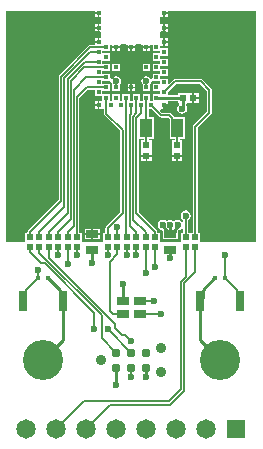
<source format=gtl>
G04*
G04 #@! TF.GenerationSoftware,Altium Limited,Altium Designer,21.6.4 (81)*
G04*
G04 Layer_Physical_Order=1*
G04 Layer_Color=255*
%FSLAX44Y44*%
%MOMM*%
G71*
G04*
G04 #@! TF.SameCoordinates,7B4930C9-1E03-45B5-BB94-95F13246AEDE*
G04*
G04*
G04 #@! TF.FilePolarity,Positive*
G04*
G01*
G75*
%ADD10C,0.2540*%
%ADD11C,0.1270*%
%ADD14R,0.3600X0.3500*%
%ADD15R,0.8000X1.7000*%
%ADD17R,1.0200X0.6400*%
%ADD18R,0.4000X0.4000*%
%ADD19R,0.6200X0.6200*%
%ADD20R,0.5500X0.5200*%
%ADD21R,1.0000X1.5500*%
%ADD22R,1.0000X0.8000*%
%ADD23R,0.6200X0.6200*%
%ADD38C,0.7900*%
%ADD39C,0.1520*%
%ADD40C,0.1524*%
%ADD41C,0.9000*%
%ADD42C,3.4000*%
%ADD43C,1.6500*%
%ADD44R,1.6500X1.6500*%
%ADD45C,0.6000*%
G36*
X127980Y361730D02*
X134480D01*
Y359770D01*
X127980D01*
Y353230D01*
X134480D01*
Y351270D01*
X127980D01*
Y344730D01*
X134480D01*
Y342770D01*
X127980D01*
Y338772D01*
X126802Y337998D01*
X126710Y338009D01*
X125829Y339328D01*
X124416Y340272D01*
X122750Y340604D01*
X121084Y340272D01*
X119671Y339328D01*
X118728Y337916D01*
X118396Y336250D01*
X118728Y334584D01*
X119480Y333458D01*
Y327730D01*
X126020D01*
Y333458D01*
X126772Y334584D01*
X126973Y335594D01*
X127980Y336230D01*
X128304Y336230D01*
X134480D01*
Y334270D01*
X127980D01*
Y327730D01*
X134480D01*
Y325770D01*
X127980D01*
Y319270D01*
X126020D01*
Y325770D01*
X119480D01*
Y319270D01*
X117520D01*
Y325770D01*
X110980D01*
Y319270D01*
X109020D01*
Y325770D01*
X102480D01*
Y319270D01*
X100520D01*
Y325770D01*
X93980D01*
Y319270D01*
X92020D01*
Y325770D01*
X85520D01*
Y327730D01*
X92020D01*
Y334270D01*
X85520D01*
Y336230D01*
X91696D01*
X92020Y336230D01*
X93027Y335594D01*
X93228Y334584D01*
X93980Y333458D01*
Y327730D01*
X100520D01*
Y333458D01*
X101272Y334584D01*
X101604Y336250D01*
X101272Y337916D01*
X100329Y339328D01*
X98916Y340272D01*
X97250Y340604D01*
X95584Y340272D01*
X94171Y339328D01*
X93290Y338009D01*
X93198Y337998D01*
X92020Y338772D01*
Y342770D01*
X85520D01*
Y344730D01*
X92020D01*
Y351270D01*
X85520D01*
Y353230D01*
X92020D01*
Y359770D01*
X85520D01*
Y361730D01*
X92020D01*
Y367000D01*
X93980D01*
Y365762D01*
X97250D01*
X100520D01*
Y367000D01*
X106730D01*
Y365762D01*
X110000D01*
X113270D01*
Y367000D01*
X119480D01*
Y365762D01*
X122750D01*
X126020D01*
Y367000D01*
X127980D01*
Y361730D01*
D02*
G37*
G36*
X173930Y328143D02*
Y310607D01*
X162537Y299214D01*
X162088Y298542D01*
X161930Y297750D01*
Y207870D01*
X158070D01*
Y218748D01*
X159079Y219422D01*
X160022Y220834D01*
X160354Y222500D01*
X160022Y224166D01*
X159079Y225578D01*
X157666Y226522D01*
X156000Y226854D01*
X154334Y226522D01*
X152921Y225578D01*
X151978Y224166D01*
X151646Y222500D01*
X151978Y220834D01*
X152921Y219422D01*
X153930Y218748D01*
Y217467D01*
X152660Y217082D01*
X152329Y217579D01*
X150916Y218522D01*
X149250Y218854D01*
X147584Y218522D01*
X146172Y217579D01*
X145058Y218198D01*
X144659Y218465D01*
X142993Y218797D01*
X141327Y218465D01*
X140937Y218205D01*
X139828Y217579D01*
X138416Y218522D01*
X136750Y218854D01*
X135084Y218522D01*
X133672Y217579D01*
X132728Y216166D01*
X132396Y214500D01*
X132728Y212834D01*
X133672Y211422D01*
X135084Y210478D01*
X135865Y210322D01*
X136580Y209607D01*
Y208780D01*
X136630Y208530D01*
Y202380D01*
X149370D01*
Y208530D01*
X149420Y208780D01*
Y210180D01*
X150916Y210478D01*
X152329Y211422D01*
X152660Y211918D01*
X153930Y211533D01*
Y207870D01*
X151980D01*
Y200130D01*
X150764Y200000D01*
X135236D01*
X134020Y200130D01*
Y207870D01*
X132070D01*
Y208500D01*
X131912Y209292D01*
X131463Y209964D01*
X116190Y225237D01*
Y286580D01*
X116480Y287730D01*
X120680D01*
Y286370D01*
X118380D01*
Y278640D01*
X118380Y277630D01*
X118380Y276360D01*
Y273762D01*
X127120D01*
Y276360D01*
X127120Y277370D01*
X127120Y278640D01*
Y286370D01*
X124820D01*
Y287730D01*
X129020D01*
Y305770D01*
X124820D01*
Y312730D01*
X127340D01*
X134035Y306035D01*
X134707Y305586D01*
X135500Y305428D01*
X135500Y305428D01*
X141392D01*
X142440Y304380D01*
Y300988D01*
X142440Y300988D01*
X142480Y300788D01*
Y287730D01*
X146678D01*
Y286370D01*
X144380D01*
Y278640D01*
X144380Y277630D01*
X144380Y276360D01*
Y273762D01*
X153120D01*
Y276360D01*
X153120Y277370D01*
X153120Y278640D01*
Y286370D01*
X150822D01*
Y287730D01*
X155020D01*
Y305770D01*
X146478D01*
X146426Y306031D01*
X145977Y306703D01*
X145977Y306703D01*
X143715Y308965D01*
X143043Y309414D01*
X142250Y309572D01*
X142250Y309572D01*
X136358D01*
X134463Y311467D01*
X134996Y312730D01*
X136988D01*
Y316000D01*
X137750D01*
Y316762D01*
X141020D01*
Y319270D01*
X142232Y319410D01*
X149130D01*
Y317880D01*
X150277D01*
X150651Y316610D01*
X149963Y316150D01*
X149019Y314738D01*
X148688Y313072D01*
X149019Y311406D01*
X149963Y309993D01*
X151376Y309049D01*
X153042Y308718D01*
X154708Y309049D01*
X156120Y309993D01*
X157064Y311406D01*
X157395Y313072D01*
X157064Y314738D01*
X156146Y316111D01*
Y316982D01*
X157044Y317880D01*
X157870D01*
X159140Y317880D01*
X161738D01*
Y322250D01*
Y326620D01*
X159140D01*
X158130Y326620D01*
X156860Y326620D01*
X149130D01*
Y324590D01*
X141020D01*
Y327093D01*
X148107Y334180D01*
X167893D01*
X173930Y328143D01*
D02*
G37*
G36*
X215922Y200000D02*
X169236D01*
X168020Y200130D01*
Y207870D01*
X166070D01*
Y296893D01*
X177464Y308286D01*
X177912Y308958D01*
X178070Y309750D01*
Y329000D01*
X177912Y329792D01*
X177464Y330464D01*
X170214Y337714D01*
X169542Y338162D01*
X168750Y338320D01*
X147250D01*
X146458Y338162D01*
X145786Y337714D01*
X142193Y334120D01*
X141020Y334607D01*
Y338520D01*
X134520D01*
Y340480D01*
X141020D01*
Y347020D01*
X134520D01*
Y348980D01*
X141020D01*
Y355520D01*
X134520D01*
Y357480D01*
X141020D01*
Y364020D01*
X134520D01*
Y365980D01*
X136988D01*
Y369250D01*
Y372520D01*
X134480D01*
X134250Y373695D01*
Y377055D01*
X134480Y378230D01*
X135520Y378230D01*
X136988D01*
Y381500D01*
Y384770D01*
X134480Y384770D01*
X134250Y385945D01*
Y389305D01*
X134480Y390480D01*
X136988D01*
Y393750D01*
X137750D01*
Y394512D01*
X141020D01*
Y395750D01*
X215922D01*
X215922Y200000D01*
D02*
G37*
G36*
X78980Y323480D02*
X85480D01*
Y320484D01*
X85480Y319270D01*
X84267Y319270D01*
X83012D01*
Y316000D01*
Y312730D01*
X85520D01*
Y312730D01*
X86680Y312465D01*
Y308750D01*
X86838Y307958D01*
X87287Y307286D01*
X100680Y293893D01*
Y225221D01*
X88536Y213077D01*
X88088Y212406D01*
X87930Y211614D01*
Y207870D01*
X85980D01*
Y200130D01*
X84764Y200000D01*
X69236D01*
X68020Y200130D01*
Y207870D01*
X65942D01*
Y321945D01*
X73055Y329058D01*
X78980D01*
Y323480D01*
D02*
G37*
G36*
Y394512D02*
X82250D01*
Y393750D01*
X83012D01*
Y390480D01*
X84250D01*
Y384770D01*
X83012D01*
Y381500D01*
Y378230D01*
X84250D01*
Y372520D01*
X83012D01*
Y369250D01*
X82250D01*
Y368488D01*
X78980D01*
Y367070D01*
X75304D01*
X74512Y366912D01*
X73841Y366464D01*
X48961Y341584D01*
X48513Y340913D01*
X48355Y340121D01*
Y235782D01*
X22536Y209964D01*
X22088Y209292D01*
X21930Y208500D01*
Y207870D01*
X19980D01*
Y200130D01*
X18764Y200000D01*
X4078D01*
X4078Y395750D01*
X78980D01*
Y394512D01*
D02*
G37*
%LPC*%
G36*
X126020Y364238D02*
X123512D01*
Y361730D01*
X126020D01*
Y364238D01*
D02*
G37*
G36*
X121988D02*
X119480D01*
Y361730D01*
X121988D01*
Y364238D01*
D02*
G37*
G36*
X113270Y364238D02*
X110762D01*
Y361730D01*
X113270D01*
Y364238D01*
D02*
G37*
G36*
X109238D02*
X106730D01*
Y361730D01*
X109238D01*
Y364238D01*
D02*
G37*
G36*
X100520D02*
X98012D01*
Y361730D01*
X100520D01*
Y364238D01*
D02*
G37*
G36*
X96488D02*
X93980D01*
Y361730D01*
X96488D01*
Y364238D01*
D02*
G37*
G36*
X126020Y351270D02*
X119480D01*
Y344730D01*
X126020D01*
Y351270D01*
D02*
G37*
G36*
X100520D02*
X93980D01*
Y344730D01*
X100520D01*
Y351270D01*
D02*
G37*
G36*
X113270Y334270D02*
X110762D01*
Y331762D01*
X113270D01*
Y334270D01*
D02*
G37*
G36*
X109238D02*
X106730D01*
Y331762D01*
X109238D01*
Y334270D01*
D02*
G37*
G36*
X113270Y330238D02*
X110762D01*
Y327730D01*
X113270D01*
Y330238D01*
D02*
G37*
G36*
X109238D02*
X106730D01*
Y327730D01*
X109238D01*
Y330238D01*
D02*
G37*
G36*
X163262Y326620D02*
Y323012D01*
X166870D01*
Y326620D01*
X163262D01*
D02*
G37*
G36*
X166870Y321488D02*
X163262D01*
Y317880D01*
X166870D01*
Y321488D01*
D02*
G37*
G36*
X141020Y315238D02*
X138512D01*
Y312730D01*
X141020D01*
Y315238D01*
D02*
G37*
G36*
X153120Y272238D02*
X149512D01*
Y268630D01*
X153120D01*
Y272238D01*
D02*
G37*
G36*
X147988D02*
X144380D01*
Y268630D01*
X147988D01*
Y272238D01*
D02*
G37*
G36*
X127120D02*
X123512D01*
Y268630D01*
X127120D01*
Y272238D01*
D02*
G37*
G36*
X121988D02*
X118380D01*
Y268630D01*
X121988D01*
Y272238D01*
D02*
G37*
G36*
X141020Y392988D02*
X138512D01*
Y390480D01*
X141020D01*
Y392988D01*
D02*
G37*
G36*
X138512Y384770D02*
Y382262D01*
X141020D01*
Y384770D01*
X138512D01*
D02*
G37*
G36*
X141020Y380738D02*
X138512D01*
Y378230D01*
X141020D01*
Y380738D01*
D02*
G37*
G36*
X138512Y372520D02*
Y370012D01*
X141020D01*
Y372520D01*
X138512D01*
D02*
G37*
G36*
X141020Y368488D02*
X138512D01*
Y365980D01*
X141020D01*
Y368488D01*
D02*
G37*
G36*
X81488Y319270D02*
X78980D01*
Y316762D01*
X81488D01*
Y319270D01*
D02*
G37*
G36*
Y315238D02*
X78980D01*
Y312730D01*
X81488D01*
Y315238D01*
D02*
G37*
G36*
X83370Y211320D02*
X77762D01*
Y207612D01*
X83370D01*
Y211320D01*
D02*
G37*
G36*
X76238D02*
X70630D01*
Y207612D01*
X76238D01*
Y211320D01*
D02*
G37*
G36*
X83370Y206088D02*
X77762D01*
Y202380D01*
X83370D01*
Y206088D01*
D02*
G37*
G36*
X76238D02*
X70630D01*
Y202380D01*
X76238D01*
Y206088D01*
D02*
G37*
G36*
X81488Y392988D02*
X78980D01*
Y390480D01*
X81488D01*
Y392988D01*
D02*
G37*
G36*
X81488Y384770D02*
X78980D01*
Y382262D01*
X81488D01*
Y384770D01*
D02*
G37*
G36*
Y380738D02*
X78980D01*
Y378230D01*
X81488D01*
Y380738D01*
D02*
G37*
G36*
Y372520D02*
X78980D01*
Y370012D01*
X81488D01*
Y372520D01*
D02*
G37*
%LPD*%
D10*
X102500Y150500D02*
Y164500D01*
X77000Y182500D02*
Y193150D01*
X168000Y150000D02*
X170730Y152730D01*
Y159930D01*
X180270Y169470D01*
Y169520D01*
X180750Y170000D01*
X180800D01*
X168000Y117000D02*
X185000Y100000D01*
X168000Y117000D02*
Y150000D01*
X52000Y117000D02*
Y150000D01*
X35000Y100000D02*
X52000Y117000D01*
X39200Y170000D02*
X39250D01*
X39730Y169520D01*
Y169470D02*
Y169520D01*
Y169470D02*
X49270Y159930D01*
Y152730D02*
Y159930D01*
Y152730D02*
X52000Y150000D01*
X122700Y93750D02*
X122750Y93700D01*
Y85750D02*
Y93700D01*
X97250Y78750D02*
X97300Y78800D01*
Y93750D01*
X143000Y186250D02*
Y193150D01*
X153557Y313587D02*
Y322193D01*
X153042Y313072D02*
X153557Y313587D01*
X153500Y322250D02*
X153557Y322193D01*
X141100Y206850D02*
X143000D01*
X139170Y208780D02*
X141100Y206850D01*
X139170Y208780D02*
Y210680D01*
X137412Y212438D02*
X139170Y210680D01*
X137412Y212438D02*
Y213838D01*
X136750Y214500D02*
X137412Y213838D01*
X143000Y206850D02*
X144900D01*
X146830Y208780D01*
Y211282D01*
X149250Y213702D01*
Y214500D01*
X142993Y206857D02*
X143000Y206850D01*
X142993Y206857D02*
Y214443D01*
X131250Y322500D02*
X131750Y322000D01*
X153250D01*
X153500Y322250D01*
D11*
X91750Y142000D02*
Y183384D01*
X98000Y189634D01*
X91750Y142000D02*
X94250Y139500D01*
X102500D01*
X98000Y189634D02*
Y196000D01*
X71750Y339500D02*
X88750D01*
X61460Y329210D02*
X71750Y339500D01*
X61460Y213960D02*
Y329210D01*
X64000Y204000D02*
Y322750D01*
X72250Y331000D01*
X56000Y208500D02*
X61460Y213960D01*
X56000Y204000D02*
Y208500D01*
X72250Y331000D02*
X88750D01*
D14*
X189200Y170000D02*
D03*
X180800D02*
D03*
X39200Y170000D02*
D03*
X30800D02*
D03*
D15*
X168000Y150000D02*
D03*
X202000D02*
D03*
X18000D02*
D03*
X52000D02*
D03*
D17*
X77000Y206850D02*
D03*
Y193150D02*
D03*
X143000D02*
D03*
Y206850D02*
D03*
D18*
X122750Y331000D02*
D03*
X97250D02*
D03*
Y365000D02*
D03*
X137750Y381500D02*
D03*
X131250Y365000D02*
D03*
Y356500D02*
D03*
Y348000D02*
D03*
X122750D02*
D03*
X110000Y331000D02*
D03*
X97250Y348000D02*
D03*
X137750Y393750D02*
D03*
Y369250D02*
D03*
Y360750D02*
D03*
Y352250D02*
D03*
Y343750D02*
D03*
X131250Y331000D02*
D03*
X137750Y316000D02*
D03*
X127000D02*
D03*
X118500D02*
D03*
X110000D02*
D03*
X101500D02*
D03*
X131250Y339500D02*
D03*
X137750Y335250D02*
D03*
Y326750D02*
D03*
X131250Y322500D02*
D03*
X122750D02*
D03*
X114250D02*
D03*
X105750D02*
D03*
X97250D02*
D03*
X93000Y316000D02*
D03*
X82250Y393750D02*
D03*
Y381500D02*
D03*
Y369250D02*
D03*
Y360750D02*
D03*
Y352250D02*
D03*
Y343750D02*
D03*
Y335250D02*
D03*
Y326750D02*
D03*
Y316000D02*
D03*
X88750Y365000D02*
D03*
Y356500D02*
D03*
Y348000D02*
D03*
Y339500D02*
D03*
Y331000D02*
D03*
Y322500D02*
D03*
X122750Y365000D02*
D03*
X110000D02*
D03*
D19*
X153500Y322250D02*
D03*
X162500D02*
D03*
D20*
X40000Y196000D02*
D03*
Y204000D02*
D03*
X32000D02*
D03*
Y196000D02*
D03*
X24000Y204000D02*
D03*
Y196000D02*
D03*
X130000D02*
D03*
Y204000D02*
D03*
X122000Y196000D02*
D03*
Y204000D02*
D03*
X156000Y196000D02*
D03*
Y204000D02*
D03*
X114000Y196000D02*
D03*
Y204000D02*
D03*
X106000Y196000D02*
D03*
Y204000D02*
D03*
X164000Y196000D02*
D03*
Y204000D02*
D03*
X64000D02*
D03*
Y196000D02*
D03*
X90000Y204000D02*
D03*
Y196000D02*
D03*
X56000D02*
D03*
Y204000D02*
D03*
X48000Y196000D02*
D03*
Y204000D02*
D03*
X98000Y196000D02*
D03*
Y204000D02*
D03*
D21*
X148750Y296750D02*
D03*
X122750D02*
D03*
D22*
X102500Y150500D02*
D03*
X117500D02*
D03*
Y139500D02*
D03*
X102500D02*
D03*
D23*
X122750Y282000D02*
D03*
Y273000D02*
D03*
X148750Y282000D02*
D03*
Y273000D02*
D03*
D38*
X97300Y93750D02*
D03*
Y106450D02*
D03*
X110000Y93750D02*
D03*
Y106450D02*
D03*
X122700Y93750D02*
D03*
Y106450D02*
D03*
D39*
X130000Y178718D02*
Y196000D01*
X114000Y189000D02*
Y196000D01*
X117500Y150500D02*
X128750D01*
X128750Y150500D01*
X117500Y139500D02*
X135000D01*
X56000Y181500D02*
Y196000D01*
X64000Y188750D02*
Y196000D01*
X96000Y127000D02*
Y131000D01*
X84720Y119030D02*
Y138280D01*
X78750Y126250D02*
Y140304D01*
X36554Y182500D02*
X78750Y140304D01*
X32000Y191000D02*
X84720Y138280D01*
X33500Y182500D02*
X36554D01*
X40000Y187000D02*
X96000Y131000D01*
X168750Y336250D02*
X176000Y329000D01*
X164000Y297750D02*
X176000Y309750D01*
Y329000D01*
X122750Y282000D02*
Y296750D01*
X90200Y126250D02*
X110000Y106450D01*
X90200Y126250D02*
X90250D01*
X84720Y119030D02*
X97300Y106450D01*
X96000Y127000D02*
X101750Y121250D01*
X105000D01*
X110000Y116250D01*
X156000Y204000D02*
Y222500D01*
X164000Y204000D02*
Y297750D01*
X137750Y326750D02*
X147250Y336250D01*
X168750D01*
X122000Y173500D02*
Y196000D01*
Y173500D02*
X122000Y173500D01*
X114000Y196000D02*
X114000Y196000D01*
X189200Y170000D02*
X189250D01*
X190240Y169010D01*
Y168960D02*
Y169010D01*
Y168960D02*
X199310Y159890D01*
Y152690D02*
Y159890D01*
Y152690D02*
X202000Y150000D01*
X20640Y159890D02*
X30775Y170025D01*
X18000Y150000D02*
X20640Y152640D01*
Y159890D01*
X30775Y170025D02*
Y176225D01*
X30750Y176250D02*
X30775Y176225D01*
X90000Y188750D02*
Y196000D01*
X110000Y116250D02*
X110000D01*
X24000Y192000D02*
Y196000D01*
Y192000D02*
X33500Y182500D01*
X40000Y187000D02*
Y196000D01*
X32000Y191000D02*
Y196000D01*
X110000Y84000D02*
Y85750D01*
Y84000D02*
Y93750D01*
X48000Y188750D02*
Y196000D01*
X189200Y170000D02*
X189250Y170050D01*
Y188750D01*
X122750Y296750D02*
Y322500D01*
X122750Y296750D02*
X122750Y296750D01*
Y331000D02*
Y336250D01*
X122750Y336250D02*
X122750Y336250D01*
X114120Y224380D02*
Y304924D01*
X130000Y204000D02*
Y208500D01*
X114120Y224380D02*
X130000Y208500D01*
X118500Y309304D02*
Y316000D01*
X114120Y304924D02*
X118500Y309304D01*
X111330Y219170D02*
Y306080D01*
X114250Y309000D01*
Y322500D01*
X114250Y322500D01*
X108540Y213960D02*
Y307290D01*
X110000Y308750D02*
Y316000D01*
X108540Y307290D02*
X110000Y308750D01*
X122000Y204000D02*
Y208500D01*
X111330Y219170D02*
X122000Y208500D01*
X105750Y306000D02*
X105750Y306000D01*
Y204250D02*
Y306000D01*
X105750Y306000D02*
Y322500D01*
X114000Y204000D02*
Y208500D01*
X108540Y213960D02*
X114000Y208500D01*
X90000Y211614D02*
X102750Y224363D01*
X90000Y204000D02*
Y211614D01*
X102750Y224363D02*
Y294750D01*
X88750Y308750D02*
X102750Y294750D01*
X88750Y308750D02*
Y322500D01*
X105750Y204250D02*
X106000Y204000D01*
X97250Y331000D02*
Y336250D01*
X97250Y336250D02*
X97250Y336250D01*
X98000Y204000D02*
Y212500D01*
X75304Y365000D02*
X88750D01*
X50425Y340121D02*
X75304Y365000D01*
X50425Y234925D02*
Y340121D01*
X24000Y208500D02*
X50425Y234925D01*
X24000Y204000D02*
Y208500D01*
X75000Y360750D02*
X82250D01*
X53215Y338965D02*
X75000Y360750D01*
X53215Y229715D02*
Y338965D01*
X32000Y208500D02*
X53215Y229715D01*
X32000Y204000D02*
Y208500D01*
X56005Y337755D02*
X70500Y352250D01*
X82250D01*
X56005Y224505D02*
Y337755D01*
X70250Y348000D02*
X88750D01*
X58795Y336545D02*
X70250Y348000D01*
X58795Y219295D02*
Y336545D01*
X40000Y208500D02*
X56005Y224505D01*
X40000Y204000D02*
Y208500D01*
X48000Y208500D02*
X58795Y219295D01*
X48000Y204000D02*
Y208500D01*
D40*
X156000Y170500D02*
Y196000D01*
X154688Y74188D02*
Y165237D01*
X164000Y174549D01*
X151894Y166394D02*
X156000Y170500D01*
X164000Y174549D02*
Y196000D01*
X151894Y75346D02*
Y166394D01*
X142049Y65500D02*
X151894Y75346D01*
X69800Y65500D02*
X142049D01*
X143000Y62500D02*
X154688Y74188D01*
X92200Y62500D02*
X143000D01*
X46500Y42200D02*
X69800Y65500D01*
X71900Y42200D02*
X92200Y62500D01*
X106000Y188750D02*
Y196000D01*
X148750Y282000D02*
Y296750D01*
X127000Y316000D02*
X135500Y307500D01*
X142250D01*
X144512Y300988D02*
X148750Y296750D01*
X144512Y300988D02*
Y305238D01*
X142250Y307500D02*
X144512Y305238D01*
D41*
X84600Y100100D02*
D03*
X135400Y110260D02*
D03*
Y89940D02*
D03*
D42*
X185000Y100000D02*
D03*
X35000D02*
D03*
D43*
X21100Y42200D02*
D03*
X46500D02*
D03*
X148100D02*
D03*
X173500D02*
D03*
X122700D02*
D03*
X97300D02*
D03*
X71900D02*
D03*
D44*
X198900D02*
D03*
D45*
X130000Y178718D02*
D03*
X114000Y189000D02*
D03*
X128750Y150500D02*
D03*
X135000Y139500D02*
D03*
X56000Y181500D02*
D03*
X64000Y188750D02*
D03*
X77000Y182500D02*
D03*
X102500Y164500D02*
D03*
X200000Y392500D02*
D03*
Y377500D02*
D03*
Y362500D02*
D03*
Y347500D02*
D03*
Y332500D02*
D03*
Y317500D02*
D03*
Y302500D02*
D03*
Y287500D02*
D03*
Y272500D02*
D03*
Y257500D02*
D03*
Y242500D02*
D03*
Y227500D02*
D03*
X185000Y392500D02*
D03*
Y377500D02*
D03*
Y362500D02*
D03*
Y347500D02*
D03*
Y332500D02*
D03*
Y317500D02*
D03*
Y302500D02*
D03*
Y287500D02*
D03*
Y272500D02*
D03*
Y257500D02*
D03*
Y242500D02*
D03*
Y227500D02*
D03*
X170000Y392500D02*
D03*
Y377500D02*
D03*
Y362500D02*
D03*
Y347500D02*
D03*
Y287500D02*
D03*
Y272500D02*
D03*
Y257500D02*
D03*
Y242500D02*
D03*
Y227500D02*
D03*
X155000Y392500D02*
D03*
Y377500D02*
D03*
Y362500D02*
D03*
Y347500D02*
D03*
Y257500D02*
D03*
Y242500D02*
D03*
X140000Y272500D02*
D03*
Y257500D02*
D03*
Y242500D02*
D03*
Y227500D02*
D03*
X125000Y257500D02*
D03*
Y242500D02*
D03*
Y227500D02*
D03*
X110000Y347500D02*
D03*
X95000Y287500D02*
D03*
Y272500D02*
D03*
Y257500D02*
D03*
Y242500D02*
D03*
Y227500D02*
D03*
X80000Y302500D02*
D03*
Y287500D02*
D03*
Y272500D02*
D03*
Y257500D02*
D03*
Y242500D02*
D03*
Y227500D02*
D03*
X65000Y392500D02*
D03*
Y377500D02*
D03*
Y362500D02*
D03*
X50000Y392500D02*
D03*
Y377500D02*
D03*
Y362500D02*
D03*
Y347500D02*
D03*
X35000Y392500D02*
D03*
Y377500D02*
D03*
Y362500D02*
D03*
Y347500D02*
D03*
Y332500D02*
D03*
Y317500D02*
D03*
Y302500D02*
D03*
Y287500D02*
D03*
Y272500D02*
D03*
Y257500D02*
D03*
Y242500D02*
D03*
Y227500D02*
D03*
X20000Y392500D02*
D03*
Y377500D02*
D03*
Y362500D02*
D03*
Y347500D02*
D03*
Y332500D02*
D03*
Y317500D02*
D03*
Y302500D02*
D03*
Y287500D02*
D03*
Y272500D02*
D03*
Y257500D02*
D03*
Y242500D02*
D03*
Y227500D02*
D03*
X139354Y312532D02*
D03*
X116250Y332000D02*
D03*
X131500Y272500D02*
D03*
X162500Y314500D02*
D03*
X170250Y322500D02*
D03*
X162500Y330000D02*
D03*
X150000D02*
D03*
X171250Y203250D02*
D03*
X185000D02*
D03*
X200000D02*
D03*
X212500D02*
D03*
Y212500D02*
D03*
X200000D02*
D03*
X185000D02*
D03*
X170000D02*
D03*
X20000D02*
D03*
X16750Y203250D02*
D03*
X7500D02*
D03*
Y212500D02*
D03*
Y392500D02*
D03*
Y377000D02*
D03*
Y362500D02*
D03*
Y348000D02*
D03*
Y332500D02*
D03*
Y317500D02*
D03*
Y302500D02*
D03*
Y287500D02*
D03*
Y272500D02*
D03*
Y257500D02*
D03*
Y242500D02*
D03*
Y227500D02*
D03*
X122750Y85750D02*
D03*
X97250Y78750D02*
D03*
X143000Y186250D02*
D03*
X90250Y126250D02*
D03*
X78750D02*
D03*
X153042Y313072D02*
D03*
X156000Y222500D02*
D03*
X122000Y173500D02*
D03*
X106000Y188750D02*
D03*
X30750Y176250D02*
D03*
X90000Y188750D02*
D03*
X110000Y116250D02*
D03*
Y85750D02*
D03*
X48000Y188750D02*
D03*
X189250D02*
D03*
X122750Y336250D02*
D03*
X97250D02*
D03*
X98000Y212500D02*
D03*
X70750Y214500D02*
D03*
X83250D02*
D03*
X77000D02*
D03*
X136750D02*
D03*
X149250D02*
D03*
X142993Y214443D02*
D03*
X81500Y376250D02*
D03*
Y388500D02*
D03*
X137750D02*
D03*
Y376500D02*
D03*
X116250Y365250D02*
D03*
X103750D02*
D03*
Y332000D02*
D03*
X82250Y310000D02*
D03*
X110000Y338750D02*
D03*
X122750Y359500D02*
D03*
X110000D02*
D03*
X97250D02*
D03*
X144500Y370250D02*
D03*
Y382500D02*
D03*
Y392500D02*
D03*
X75500Y370250D02*
D03*
Y382500D02*
D03*
Y392500D02*
D03*
X74750Y317000D02*
D03*
X212500Y227500D02*
D03*
Y242500D02*
D03*
Y257500D02*
D03*
Y272500D02*
D03*
Y287500D02*
D03*
Y302500D02*
D03*
Y317500D02*
D03*
Y332500D02*
D03*
Y348000D02*
D03*
Y362500D02*
D03*
Y377000D02*
D03*
Y392500D02*
D03*
M02*

</source>
